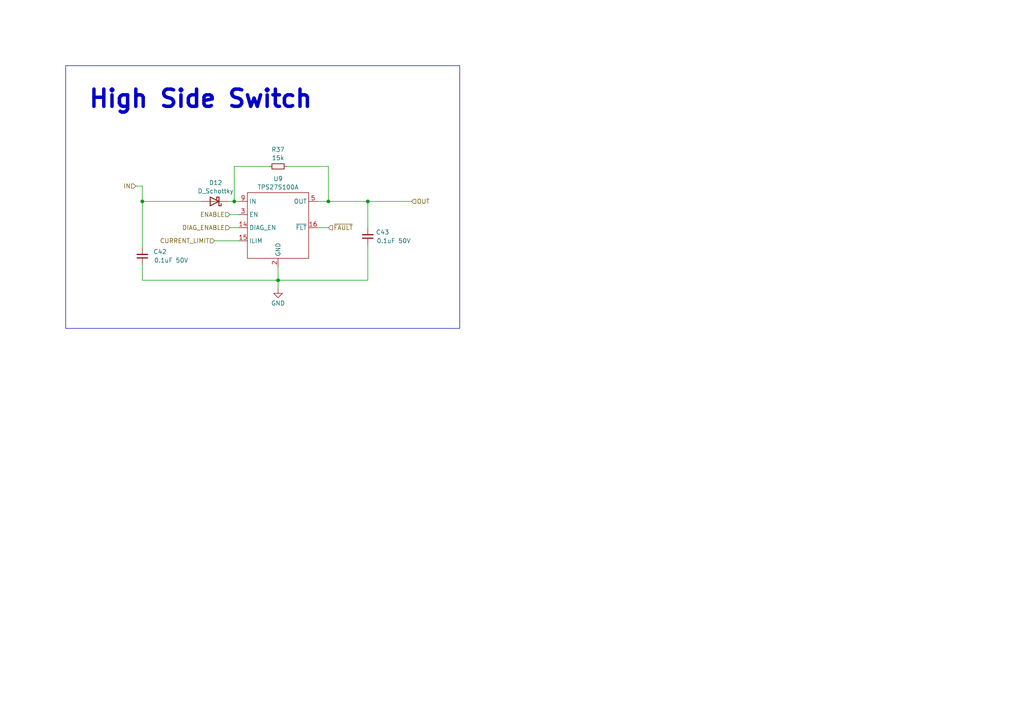
<source format=kicad_sch>
(kicad_sch (version 20230121) (generator eeschema)
  (paper "A4")
  (lib_symbols
    (symbol "Custom Parts:TPS27S100A"
      (property "Reference" "U" (at -7.62 10.16 0))
      (property "Value" "TPS27S100A" (at 2.54 10.16 0))
      (symbol "TPS27S100A_0_1"
        (polyline (pts (xy -8.89 8.89) (xy -8.89 -10.16) (xy 8.89 -10.16) (xy 8.89 8.89) (xy -8.89 8.89)))
      )
      (symbol "TPS27S100A_1_1"
        (pin input line (at -11.43 6.35 0) (length 2.54) hide (name "IN") (number "10"))
        (pin input line (at -11.43 6.35 0) (length 2.54) hide (name "IN") (number "11"))
        (pin input line (at -11.43 6.35 0) (length 2.54) hide (name "IN") (number "12"))
        (pin input line (at 0 1.27 0) (length 2.54) hide (name "NC") (number "13"))
        (pin input line (at -11.43 -1.27 0) (length 2.54) (name "DIAG_EN") (number "14"))
        (pin input line (at -11.43 -5.08 0) (length 2.54) (name "ILIM") (number "15"))
        (pin input line (at 11.43 -1.27 180) (length 2.54) (name "~{FLT}") (number "16"))
        (pin input line (at 0 -12.7 90) (length 2.54) hide (name "GND") (number "17"))
        (pin input line (at 0 -12.7 90) (length 2.54) (name "GND") (number "2"))
        (pin input line (at -11.43 2.54 0) (length 2.54) (name "EN") (number "3"))
        (pin input line (at 0 1.27 0) (length 2.54) hide (name "NC") (number "4"))
        (pin input line (at 11.43 6.35 180) (length 2.54) (name "OUT") (number "5"))
        (pin input line (at 11.43 6.35 180) (length 2.54) hide (name "OUT") (number "6"))
        (pin input line (at 11.43 6.35 180) (length 2.54) hide (name "OUT") (number "7"))
        (pin input line (at 11.43 6.35 180) (length 2.54) hide (name "OUT") (number "8"))
        (pin input line (at -11.43 6.35 0) (length 2.54) (name "IN") (number "9"))
        (pin input line (at 0 1.27 0) (length 2.54) hide (name "1") (number "NC"))
      )
    )
    (symbol "Device:C_Small" (pin_numbers hide) (pin_names (offset 0.254) hide)
      (property "Reference" "C" (at 0.254 1.778 0))
      (property "Value" "C_Small" (at 0.254 -2.032 0))
      (symbol "C_Small_0_1"
        (polyline (pts (xy -1.524 -0.508) (xy 1.524 -0.508)) (stroke (width 0.3302)))
        (polyline (pts (xy -1.524 0.508) (xy 1.524 0.508)) (stroke (width 0.3048)))
      )
      (symbol "C_Small_1_1"
        (pin passive line (at 0 2.54 270) (length 2.032) (name "~") (number "1"))
        (pin passive line (at 0 -2.54 90) (length 2.032) (name "~") (number "2"))
      )
    )
    (symbol "Device:D_Schottky" (pin_numbers hide) (pin_names (offset 1.016) hide)
      (property "Reference" "D" (at 0 2.54 0))
      (property "Value" "D_Schottky" (at 0 -2.54 0))
      (symbol "D_Schottky_0_1"
        (polyline (pts (xy 1.27 0) (xy -1.27 0)))
        (polyline (pts (xy 1.27 1.27) (xy 1.27 -1.27) (xy -1.27 0) (xy 1.27 1.27)) (stroke (width 0.254)))
        (polyline (pts (xy -1.905 0.635) (xy -1.905 1.27) (xy -1.27 1.27) (xy -1.27 -1.27) (xy -0.635 -1.27) (xy -0.635 -0.635)) (stroke (width 0.254)))
      )
      (symbol "D_Schottky_1_1"
        (pin passive line (at -3.81 0 0) (length 2.54) (name "K") (number "1"))
        (pin passive line (at 3.81 0 180) (length 2.54) (name "A") (number "2"))
      )
    )
    (symbol "Device:R_Small" (pin_numbers hide) (pin_names (offset 0.254) hide)
      (property "Reference" "R" (at 0.762 0.508 0))
      (property "Value" "R_Small" (at 0.762 -1.016 0))
      (symbol "R_Small_0_1"
        (rectangle (start -0.762 1.778) (end 0.762 -1.778) (stroke (width 0.2032)))
      )
      (symbol "R_Small_1_1"
        (pin passive line (at 0 2.54 270) (length 0.762) (name "~") (number "1"))
        (pin passive line (at 0 -2.54 90) (length 0.762) (name "~") (number "2"))
      )
    )
    (symbol "power:GND" (power) (pin_names (offset 0))
      (property "Value" "GND" (at 0 -3.81 0))
      (symbol "GND_0_1"
        (polyline (pts (xy 0 0) (xy 0 -1.27) (xy 1.27 -1.27) (xy 0 -2.54) (xy -1.27 -1.27) (xy 0 -1.27)))
      )
      (symbol "GND_1_1"
        (pin power_in line (at 0 0 270) (length 0) hide (name "GND") (number "1"))
      )
    )
  )
  (junction (at 80.645 81.28))
  (junction (at 95.25 58.42))
  (junction (at 41.275 58.42))
  (junction (at 67.945 58.42))
  (junction (at 106.68 58.42))
  (wire (pts (xy 39.37 53.975) (xy 41.275 53.975)))
  (wire (pts (xy 106.68 71.12) (xy 106.68 81.28)))
  (wire (pts (xy 95.25 48.26) (xy 95.25 58.42)))
  (wire (pts (xy 66.675 66.04) (xy 69.215 66.04)))
  (wire (pts (xy 83.185 48.26) (xy 95.25 48.26)))
  (wire (pts (xy 80.645 77.47) (xy 80.645 81.28)))
  (wire (pts (xy 41.275 58.42) (xy 41.275 71.755)))
  (wire (pts (xy 66.04 58.42) (xy 67.945 58.42)))
  (wire (pts (xy 95.25 58.42) (xy 106.68 58.42)))
  (wire (pts (xy 80.645 81.28) (xy 80.645 83.82)))
  (wire (pts (xy 92.075 66.04) (xy 95.25 66.04)))
  (wire (pts (xy 106.68 58.42) (xy 106.68 66.04)))
  (wire (pts (xy 41.275 81.28) (xy 80.645 81.28)))
  (wire (pts (xy 80.645 81.28) (xy 106.68 81.28)))
  (wire (pts (xy 67.945 48.26) (xy 78.105 48.26)))
  (wire (pts (xy 67.945 58.42) (xy 67.945 48.26)))
  (wire (pts (xy 41.275 53.975) (xy 41.275 58.42)))
  (wire (pts (xy 95.25 58.42) (xy 92.075 58.42)))
  (wire (pts (xy 106.68 58.42) (xy 119.38 58.42)))
  (wire (pts (xy 41.275 58.42) (xy 58.42 58.42)))
  (wire (pts (xy 62.23 69.85) (xy 69.215 69.85)))
  (wire (pts (xy 66.675 62.23) (xy 69.215 62.23)))
  (wire (pts (xy 41.275 76.835) (xy 41.275 81.28)))
  (wire (pts (xy 67.945 58.42) (xy 69.215 58.42)))
  (rectangle (start 19.05 19.05) (end 133.35 95.25))
  (text "High Side Switch" (at 25.4 31.75 0) (effects (font (size 5 5) bold) (justify left bottom)))
  (hierarchical_label "OUT" (shape input) (at 119.38 58.42 0))
  (hierarchical_label "~{FAULT}" (shape input) (at 95.25 66.04 0))
  (hierarchical_label "IN" (shape input) (at 39.37 53.975 180))
  (hierarchical_label "ENABLE" (shape input) (at 66.675 62.23 180))
  (hierarchical_label "DIAG_ENABLE" (shape input) (at 66.675 66.04 180))
  (hierarchical_label "CURRENT_LIMIT" (shape input) (at 62.23 69.85 180))
  (symbol (lib_id "Device:D_Schottky") (at 62.23 58.42 180) (unit 1)
    (property "Reference" "D12" (at 62.5475 53.0057 0))
    (property "Value" "D_Schottky" (at 62.5475 55.4299 0))
    (property "Footprint" "Custom Parts:SMA" (effects hide))
    (instances (project "bilge-vacuum" (path "" (reference "D12") (unit 1)) (path "" (reference "D8") (unit 1)) (path "" (reference "D12") (unit 1)) (path "" (reference "D11") (unit 1)) (path "" (reference "D9") (unit 1)) (path "" (reference "D10") (unit 1))))
  )
  (symbol (lib_id "Device:C_Small") (at 41.275 74.295 180) (unit 1)
    (property "Reference" "C42" (at 44.45 73.025 0) (effects (justify right)))
    (property "Value" "0.1uF 50V" (at 44.6659 75.5135 0) (effects (justify right)))
    (property "Footprint" "Capacitor_SMD:C_0805_2012Metric" (effects hide))
    (instances (project "bilge-vacuum" (path "" (reference "C42") (unit 1)) (path "" (reference "C8") (unit 1)) (path "" (reference "C43") (unit 1)) (path "" (reference "C41") (unit 1)) (path "" (reference "C37") (unit 1)) (path "" (reference "C39") (unit 1))))
  )
  (symbol (lib_id "Custom Parts:TPS27S100A") (at 80.645 64.77 0) (unit 1)
    (property "Reference" "U9" (at 80.645 51.8627 0))
    (property "Value" "TPS27S100A" (at 80.645 54.2869 0))
    (property "Footprint" "Custom Parts:WQFN-16" (effects hide))
    (instances (project "bilge-vacuum" (path "" (reference "U9") (unit 1)) (path "" (reference "U7") (unit 1)) (path "" (reference "U11") (unit 1)) (path "" (reference "U10") (unit 1)) (path "" (reference "U8") (unit 1)) (path "" (reference "U9") (unit 1))))
  )
  (symbol (lib_id "power:GND") (at 80.645 83.82 0) (unit 1)
    (property "Reference" "#PWR032" (effects hide))
    (property "Value" "GND" (at 80.645 87.9531 0))
    (instances (project "bilge-vacuum" (path "" (reference "#PWR032") (unit 1)) (path "" (reference "#PWR013") (unit 1)) (path "" (reference "#PWR032") (unit 1)) (path "" (reference "#PWR031") (unit 1)) (path "" (reference "#PWR014") (unit 1)) (path "" (reference "#PWR030") (unit 1))))
  )
  (symbol (lib_id "Device:R_Small") (at 80.645 48.26 90) (unit 1)
    (property "Reference" "R37" (at 80.645 43.3791 90))
    (property "Value" "15k" (at 80.645 45.8033 90))
    (property "Footprint" "Resistor_SMD:R_0805_2012Metric" (effects hide))
    (instances (project "bilge-vacuum" (path "" (reference "R37") (unit 1)) (path "" (reference "R34") (unit 1)) (path "" (reference "R38") (unit 1)) (path "" (reference "R37") (unit 1)) (path "" (reference "R35") (unit 1)) (path "" (reference "R36") (unit 1))))
  )
  (symbol (lib_id "Device:C_Small") (at 106.68 68.58 180) (unit 1)
    (property "Reference" "C43" (at 109.0041 67.3615 0) (effects (justify right)))
    (property "Value" "0.1uF 50V" (at 109.22 69.85 0) (effects (justify right)))
    (property "Footprint" "Capacitor_SMD:C_0805_2012Metric" (effects hide))
    (instances (project "bilge-vacuum" (path "" (reference "C43") (unit 1)) (path "" (reference "C36") (unit 1)) (path "" (reference "C44") (unit 1)) (path "" (reference "C42") (unit 1)) (path "" (reference "C38") (unit 1)) (path "" (reference "C40") (unit 1))))
  )
)
</source>
